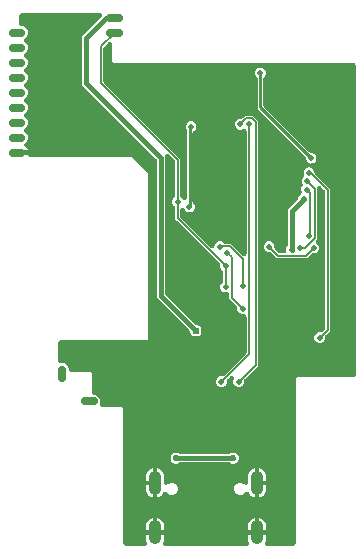
<source format=gbr>
G04 EAGLE Gerber RS-274X export*
G75*
%MOMM*%
%FSLAX34Y34*%
%LPD*%
%INBottom Copper*%
%IPPOS*%
%AMOC8*
5,1,8,0,0,1.08239X$1,22.5*%
G01*
%ADD10C,0.711200*%
%ADD11C,1.000000*%
%ADD12C,0.503200*%
%ADD13C,0.152400*%
%ADD14C,0.528600*%
%ADD15C,0.406400*%
%ADD16C,0.604800*%
%ADD17C,0.228600*%

G36*
X240321Y-10698D02*
X240321Y-10698D01*
X240334Y-10699D01*
X240521Y-10678D01*
X240708Y-10659D01*
X240721Y-10655D01*
X240734Y-10654D01*
X240913Y-10596D01*
X241093Y-10541D01*
X241105Y-10535D01*
X241117Y-10531D01*
X241281Y-10439D01*
X241447Y-10349D01*
X241457Y-10341D01*
X241469Y-10334D01*
X241612Y-10212D01*
X241756Y-10092D01*
X241764Y-10081D01*
X241775Y-10073D01*
X241891Y-9924D01*
X242008Y-9778D01*
X242015Y-9766D01*
X242023Y-9756D01*
X242108Y-9586D01*
X242194Y-9421D01*
X242198Y-9408D01*
X242204Y-9396D01*
X242253Y-9214D01*
X242305Y-9034D01*
X242306Y-9020D01*
X242310Y-9007D01*
X242323Y-8821D01*
X242338Y-8632D01*
X242337Y-8619D01*
X242338Y-8606D01*
X242313Y-8420D01*
X242291Y-8233D01*
X242287Y-8220D01*
X242285Y-8207D01*
X242184Y-7891D01*
X241649Y-6599D01*
X241359Y-5143D01*
X241359Y-1431D01*
X248900Y-1431D01*
X256441Y-1431D01*
X256441Y-5143D01*
X256151Y-6599D01*
X255616Y-7891D01*
X255612Y-7904D01*
X255606Y-7915D01*
X255554Y-8096D01*
X255500Y-8276D01*
X255498Y-8289D01*
X255495Y-8302D01*
X255479Y-8491D01*
X255462Y-8677D01*
X255463Y-8690D01*
X255462Y-8704D01*
X255484Y-8891D01*
X255503Y-9077D01*
X255507Y-9090D01*
X255509Y-9103D01*
X255567Y-9282D01*
X255623Y-9462D01*
X255629Y-9473D01*
X255634Y-9486D01*
X255726Y-9650D01*
X255816Y-9815D01*
X255825Y-9825D01*
X255831Y-9837D01*
X255954Y-9979D01*
X256075Y-10123D01*
X256086Y-10131D01*
X256095Y-10142D01*
X256243Y-10256D01*
X256390Y-10374D01*
X256402Y-10380D01*
X256413Y-10388D01*
X256581Y-10472D01*
X256748Y-10558D01*
X256761Y-10562D01*
X256773Y-10568D01*
X256955Y-10617D01*
X257136Y-10668D01*
X257149Y-10669D01*
X257162Y-10672D01*
X257493Y-10699D01*
X326707Y-10699D01*
X326721Y-10698D01*
X326734Y-10699D01*
X326921Y-10678D01*
X327108Y-10659D01*
X327121Y-10655D01*
X327134Y-10654D01*
X327313Y-10596D01*
X327493Y-10541D01*
X327505Y-10535D01*
X327517Y-10531D01*
X327681Y-10439D01*
X327847Y-10349D01*
X327857Y-10341D01*
X327869Y-10334D01*
X328012Y-10212D01*
X328156Y-10092D01*
X328164Y-10081D01*
X328175Y-10073D01*
X328291Y-9924D01*
X328408Y-9778D01*
X328415Y-9766D01*
X328423Y-9756D01*
X328508Y-9586D01*
X328594Y-9421D01*
X328598Y-9408D01*
X328604Y-9396D01*
X328653Y-9214D01*
X328705Y-9034D01*
X328706Y-9020D01*
X328710Y-9007D01*
X328723Y-8821D01*
X328738Y-8632D01*
X328737Y-8619D01*
X328738Y-8606D01*
X328713Y-8420D01*
X328691Y-8233D01*
X328687Y-8220D01*
X328685Y-8207D01*
X328584Y-7891D01*
X328049Y-6599D01*
X327759Y-5143D01*
X327759Y-1431D01*
X335300Y-1431D01*
X342841Y-1431D01*
X342841Y-5143D01*
X342551Y-6599D01*
X342016Y-7891D01*
X342012Y-7904D01*
X342006Y-7915D01*
X341954Y-8096D01*
X341900Y-8276D01*
X341898Y-8289D01*
X341895Y-8302D01*
X341879Y-8491D01*
X341862Y-8677D01*
X341863Y-8690D01*
X341862Y-8704D01*
X341884Y-8891D01*
X341903Y-9077D01*
X341907Y-9090D01*
X341909Y-9103D01*
X341967Y-9282D01*
X342023Y-9462D01*
X342029Y-9473D01*
X342034Y-9486D01*
X342126Y-9650D01*
X342216Y-9815D01*
X342225Y-9825D01*
X342231Y-9837D01*
X342354Y-9979D01*
X342475Y-10123D01*
X342486Y-10131D01*
X342495Y-10142D01*
X342643Y-10256D01*
X342790Y-10374D01*
X342802Y-10380D01*
X342813Y-10388D01*
X342981Y-10472D01*
X343148Y-10558D01*
X343161Y-10562D01*
X343173Y-10568D01*
X343355Y-10617D01*
X343536Y-10668D01*
X343549Y-10669D01*
X343562Y-10672D01*
X343893Y-10699D01*
X365968Y-10699D01*
X365986Y-10697D01*
X366004Y-10699D01*
X366186Y-10678D01*
X366369Y-10659D01*
X366386Y-10654D01*
X366403Y-10652D01*
X366578Y-10595D01*
X366754Y-10541D01*
X366769Y-10533D01*
X366786Y-10527D01*
X366946Y-10437D01*
X367108Y-10349D01*
X367121Y-10338D01*
X367137Y-10329D01*
X367276Y-10209D01*
X367417Y-10092D01*
X367428Y-10078D01*
X367442Y-10066D01*
X367554Y-9921D01*
X367669Y-9778D01*
X367677Y-9762D01*
X367688Y-9748D01*
X367770Y-9583D01*
X367855Y-9421D01*
X367860Y-9404D01*
X367868Y-9388D01*
X367915Y-9209D01*
X367966Y-9034D01*
X367968Y-9016D01*
X367972Y-8999D01*
X367999Y-8668D01*
X367999Y130829D01*
X369171Y132001D01*
X416758Y132001D01*
X416776Y132003D01*
X416794Y132001D01*
X416976Y132022D01*
X417159Y132041D01*
X417176Y132046D01*
X417193Y132048D01*
X417368Y132105D01*
X417544Y132159D01*
X417559Y132167D01*
X417576Y132173D01*
X417736Y132263D01*
X417898Y132351D01*
X417911Y132362D01*
X417927Y132371D01*
X418066Y132491D01*
X418207Y132608D01*
X418218Y132622D01*
X418232Y132634D01*
X418344Y132779D01*
X418459Y132922D01*
X418467Y132938D01*
X418478Y132952D01*
X418560Y133117D01*
X418645Y133279D01*
X418650Y133296D01*
X418658Y133312D01*
X418705Y133491D01*
X418756Y133666D01*
X418758Y133684D01*
X418762Y133701D01*
X418789Y134032D01*
X418789Y395973D01*
X418788Y395990D01*
X418789Y396006D01*
X418768Y396189D01*
X418749Y396374D01*
X418744Y396389D01*
X418743Y396406D01*
X418686Y396582D01*
X418631Y396759D01*
X418623Y396773D01*
X418618Y396789D01*
X418527Y396950D01*
X418439Y397113D01*
X418429Y397125D01*
X418421Y397140D01*
X418300Y397280D01*
X418182Y397422D01*
X418169Y397432D01*
X418158Y397445D01*
X418012Y397559D01*
X417868Y397674D01*
X417853Y397682D01*
X417840Y397692D01*
X417674Y397775D01*
X417511Y397860D01*
X417495Y397864D01*
X417480Y397872D01*
X417301Y397920D01*
X417124Y397971D01*
X417107Y397972D01*
X417091Y397977D01*
X416761Y398004D01*
X214574Y398253D01*
X214573Y398253D01*
X214572Y398253D01*
X213742Y398253D01*
X213156Y398841D01*
X213155Y398842D01*
X213154Y398843D01*
X212570Y399426D01*
X212571Y400256D01*
X212571Y400257D01*
X212571Y400259D01*
X212571Y413727D01*
X212570Y413736D01*
X212571Y413744D01*
X212550Y413936D01*
X212531Y414127D01*
X212529Y414136D01*
X212528Y414145D01*
X212470Y414327D01*
X212413Y414512D01*
X212409Y414520D01*
X212406Y414529D01*
X212313Y414697D01*
X212221Y414866D01*
X212216Y414873D01*
X212211Y414881D01*
X212087Y415028D01*
X211964Y415176D01*
X211957Y415181D01*
X211951Y415188D01*
X211800Y415307D01*
X211650Y415428D01*
X211642Y415432D01*
X211635Y415438D01*
X211462Y415525D01*
X211293Y415613D01*
X211284Y415616D01*
X211276Y415620D01*
X211090Y415672D01*
X210906Y415725D01*
X210897Y415725D01*
X210888Y415728D01*
X210695Y415742D01*
X210504Y415758D01*
X210496Y415757D01*
X210487Y415757D01*
X210294Y415733D01*
X210105Y415711D01*
X210096Y415708D01*
X210087Y415707D01*
X209904Y415645D01*
X209722Y415586D01*
X209714Y415581D01*
X209706Y415579D01*
X209539Y415483D01*
X209371Y415388D01*
X209364Y415382D01*
X209357Y415378D01*
X209104Y415163D01*
X205828Y411887D01*
X205811Y411866D01*
X205790Y411849D01*
X205684Y411711D01*
X205573Y411575D01*
X205560Y411552D01*
X205544Y411531D01*
X205466Y411374D01*
X205384Y411220D01*
X205376Y411194D01*
X205364Y411170D01*
X205319Y411001D01*
X205269Y410834D01*
X205267Y410807D01*
X205260Y410781D01*
X205233Y410451D01*
X205233Y382683D01*
X205235Y382657D01*
X205233Y382630D01*
X205255Y382456D01*
X205273Y382283D01*
X205280Y382257D01*
X205284Y382231D01*
X205339Y382065D01*
X205391Y381898D01*
X205404Y381874D01*
X205412Y381849D01*
X205499Y381697D01*
X205583Y381544D01*
X205600Y381523D01*
X205613Y381500D01*
X205828Y381247D01*
X270003Y317072D01*
X270003Y285866D01*
X270005Y285840D01*
X270003Y285813D01*
X270025Y285639D01*
X270043Y285466D01*
X270050Y285440D01*
X270054Y285414D01*
X270109Y285248D01*
X270161Y285081D01*
X270174Y285057D01*
X270182Y285032D01*
X270269Y284880D01*
X270353Y284727D01*
X270368Y284708D01*
X270376Y284694D01*
X270378Y284692D01*
X270383Y284683D01*
X270598Y284430D01*
X271799Y283229D01*
X271808Y283206D01*
X271810Y283202D01*
X271812Y283198D01*
X271906Y283025D01*
X271999Y282851D01*
X272001Y282848D01*
X272004Y282844D01*
X272130Y282692D01*
X272255Y282541D01*
X272258Y282538D01*
X272261Y282535D01*
X272413Y282412D01*
X272568Y282287D01*
X272572Y282285D01*
X272575Y282282D01*
X272747Y282193D01*
X272924Y282100D01*
X272929Y282099D01*
X272932Y282097D01*
X273121Y282042D01*
X273310Y281987D01*
X273315Y281987D01*
X273319Y281985D01*
X273519Y281969D01*
X273712Y281952D01*
X273716Y281953D01*
X273721Y281952D01*
X273917Y281975D01*
X274112Y281997D01*
X274116Y281999D01*
X274120Y281999D01*
X274307Y282060D01*
X274495Y282121D01*
X274499Y282123D01*
X274503Y282124D01*
X274674Y282220D01*
X274846Y282317D01*
X274850Y282320D01*
X274854Y282322D01*
X275003Y282451D01*
X275152Y282579D01*
X275155Y282582D01*
X275159Y282585D01*
X275281Y282743D01*
X275401Y282896D01*
X275403Y282900D01*
X275405Y282903D01*
X275493Y283081D01*
X275581Y283256D01*
X275583Y283260D01*
X275585Y283264D01*
X275637Y283459D01*
X275688Y283644D01*
X275688Y283648D01*
X275689Y283653D01*
X275716Y283983D01*
X275716Y340856D01*
X275713Y340887D01*
X275715Y340919D01*
X275693Y341088D01*
X275676Y341257D01*
X275667Y341287D01*
X275663Y341318D01*
X275562Y341634D01*
X274883Y343272D01*
X274883Y345068D01*
X275571Y346729D01*
X276841Y347999D01*
X278502Y348687D01*
X280298Y348687D01*
X281959Y347999D01*
X283229Y346729D01*
X283917Y345068D01*
X283917Y343272D01*
X283229Y341611D01*
X281959Y340341D01*
X281798Y340274D01*
X281778Y340264D01*
X281757Y340257D01*
X281601Y340169D01*
X281443Y340084D01*
X281426Y340070D01*
X281406Y340059D01*
X281271Y339942D01*
X281132Y339828D01*
X281118Y339810D01*
X281101Y339796D01*
X280992Y339654D01*
X280879Y339515D01*
X280868Y339495D01*
X280855Y339478D01*
X280775Y339317D01*
X280692Y339159D01*
X280685Y339137D01*
X280675Y339117D01*
X280629Y338943D01*
X280579Y338772D01*
X280577Y338750D01*
X280571Y338728D01*
X280544Y338398D01*
X280544Y280757D01*
X280546Y280731D01*
X280544Y280704D01*
X280566Y280530D01*
X280584Y280357D01*
X280591Y280331D01*
X280595Y280305D01*
X280650Y280139D01*
X280702Y279972D01*
X280715Y279948D01*
X280723Y279923D01*
X280810Y279771D01*
X280894Y279618D01*
X280911Y279597D01*
X280924Y279574D01*
X281139Y279321D01*
X281879Y278581D01*
X282567Y276920D01*
X282567Y275124D01*
X281879Y273463D01*
X280609Y272193D01*
X278948Y271505D01*
X277152Y271505D01*
X275491Y272193D01*
X274221Y273463D01*
X273911Y274213D01*
X273909Y274217D01*
X273907Y274221D01*
X273814Y274394D01*
X273720Y274567D01*
X273718Y274571D01*
X273715Y274575D01*
X273590Y274725D01*
X273464Y274878D01*
X273461Y274881D01*
X273458Y274884D01*
X273307Y275006D01*
X273151Y275132D01*
X273147Y275134D01*
X273144Y275136D01*
X272972Y275226D01*
X272795Y275319D01*
X272791Y275320D01*
X272787Y275322D01*
X272599Y275376D01*
X272408Y275432D01*
X272404Y275432D01*
X272400Y275433D01*
X272202Y275450D01*
X272007Y275466D01*
X272003Y275466D01*
X271998Y275466D01*
X271803Y275443D01*
X271607Y275421D01*
X271603Y275420D01*
X271599Y275419D01*
X271411Y275358D01*
X271224Y275298D01*
X271220Y275296D01*
X271216Y275294D01*
X271043Y275197D01*
X270872Y275102D01*
X270869Y275099D01*
X270865Y275097D01*
X270717Y274968D01*
X270567Y274840D01*
X270564Y274836D01*
X270560Y274833D01*
X270440Y274679D01*
X270318Y274523D01*
X270316Y274519D01*
X270314Y274515D01*
X270226Y274339D01*
X270138Y274163D01*
X270136Y274159D01*
X270134Y274155D01*
X270083Y273964D01*
X270031Y273775D01*
X270031Y273770D01*
X270030Y273766D01*
X270003Y273435D01*
X270003Y268383D01*
X270005Y268357D01*
X270003Y268330D01*
X270025Y268156D01*
X270043Y267983D01*
X270050Y267957D01*
X270054Y267931D01*
X270109Y267765D01*
X270161Y267598D01*
X270174Y267574D01*
X270182Y267549D01*
X270269Y267397D01*
X270353Y267244D01*
X270370Y267223D01*
X270383Y267200D01*
X270598Y266947D01*
X295804Y241741D01*
X295811Y241735D01*
X295816Y241728D01*
X295966Y241608D01*
X296115Y241486D01*
X296123Y241482D01*
X296130Y241476D01*
X296301Y241387D01*
X296471Y241297D01*
X296479Y241295D01*
X296487Y241291D01*
X296673Y241237D01*
X296857Y241183D01*
X296866Y241182D01*
X296874Y241179D01*
X297066Y241164D01*
X297258Y241146D01*
X297267Y241147D01*
X297276Y241146D01*
X297465Y241169D01*
X297658Y241190D01*
X297667Y241192D01*
X297675Y241193D01*
X297857Y241253D01*
X298042Y241311D01*
X298050Y241315D01*
X298058Y241318D01*
X298227Y241413D01*
X298394Y241506D01*
X298401Y241512D01*
X298409Y241516D01*
X298555Y241642D01*
X298701Y241766D01*
X298707Y241773D01*
X298714Y241779D01*
X298831Y241931D01*
X298951Y242082D01*
X298955Y242090D01*
X298960Y242097D01*
X299046Y242269D01*
X299133Y242441D01*
X299136Y242450D01*
X299140Y242458D01*
X299190Y242644D01*
X299241Y242829D01*
X299242Y242838D01*
X299244Y242847D01*
X299271Y243177D01*
X299271Y243468D01*
X299959Y245129D01*
X301229Y246399D01*
X302890Y247087D01*
X304686Y247087D01*
X306347Y246399D01*
X307350Y245396D01*
X307371Y245379D01*
X307388Y245358D01*
X307526Y245251D01*
X307661Y245141D01*
X307685Y245128D01*
X307706Y245112D01*
X307863Y245034D01*
X308017Y244952D01*
X308043Y244944D01*
X308067Y244932D01*
X308236Y244887D01*
X308403Y244837D01*
X308430Y244835D01*
X308456Y244828D01*
X308786Y244801D01*
X312908Y244801D01*
X314694Y243015D01*
X322907Y234802D01*
X322914Y234797D01*
X322919Y234790D01*
X323069Y234669D01*
X323218Y234547D01*
X323226Y234543D01*
X323233Y234537D01*
X323403Y234449D01*
X323574Y234359D01*
X323583Y234356D01*
X323590Y234352D01*
X323775Y234299D01*
X323960Y234244D01*
X323969Y234243D01*
X323977Y234240D01*
X324169Y234225D01*
X324361Y234207D01*
X324370Y234208D01*
X324379Y234208D01*
X324568Y234230D01*
X324761Y234251D01*
X324770Y234253D01*
X324778Y234255D01*
X324960Y234314D01*
X325145Y234372D01*
X325153Y234377D01*
X325161Y234379D01*
X325330Y234474D01*
X325497Y234567D01*
X325504Y234573D01*
X325512Y234577D01*
X325658Y234703D01*
X325804Y234828D01*
X325810Y234835D01*
X325817Y234840D01*
X325934Y234992D01*
X326054Y235144D01*
X326058Y235152D01*
X326063Y235159D01*
X326149Y235331D01*
X326236Y235502D01*
X326239Y235511D01*
X326243Y235519D01*
X326293Y235706D01*
X326344Y235890D01*
X326345Y235899D01*
X326347Y235908D01*
X326374Y236239D01*
X326374Y340463D01*
X326373Y340477D01*
X326374Y340490D01*
X326353Y340676D01*
X326334Y340864D01*
X326330Y340877D01*
X326329Y340890D01*
X326271Y341069D01*
X326216Y341249D01*
X326210Y341261D01*
X326206Y341274D01*
X326114Y341438D01*
X326024Y341603D01*
X326016Y341613D01*
X326009Y341625D01*
X325887Y341768D01*
X325767Y341912D01*
X325756Y341921D01*
X325748Y341931D01*
X325599Y342047D01*
X325453Y342165D01*
X325441Y342171D01*
X325431Y342179D01*
X325262Y342264D01*
X325096Y342350D01*
X325083Y342354D01*
X325071Y342360D01*
X324890Y342409D01*
X324709Y342462D01*
X324695Y342463D01*
X324682Y342466D01*
X324494Y342479D01*
X324307Y342494D01*
X324294Y342493D01*
X324281Y342494D01*
X324093Y342469D01*
X323908Y342447D01*
X323895Y342443D01*
X323882Y342442D01*
X323566Y342340D01*
X321813Y341614D01*
X320017Y341614D01*
X318356Y342302D01*
X317086Y343572D01*
X316398Y345233D01*
X316398Y347029D01*
X317086Y348690D01*
X318356Y349960D01*
X320017Y350648D01*
X321771Y350648D01*
X321798Y350650D01*
X321824Y350648D01*
X321998Y350670D01*
X322172Y350688D01*
X322197Y350695D01*
X322224Y350699D01*
X322390Y350754D01*
X322557Y350806D01*
X322580Y350819D01*
X322606Y350827D01*
X322757Y350914D01*
X322911Y350998D01*
X322931Y351015D01*
X322954Y351028D01*
X323207Y351243D01*
X325379Y353414D01*
X331435Y353414D01*
X336043Y348806D01*
X336043Y141778D01*
X324772Y130507D01*
X324755Y130486D01*
X324734Y130469D01*
X324627Y130331D01*
X324517Y130195D01*
X324504Y130172D01*
X324488Y130151D01*
X324410Y129994D01*
X324328Y129840D01*
X324320Y129814D01*
X324308Y129790D01*
X324263Y129621D01*
X324213Y129454D01*
X324211Y129427D01*
X324204Y129401D01*
X324177Y129071D01*
X324177Y127372D01*
X323489Y125711D01*
X322219Y124441D01*
X320558Y123753D01*
X318762Y123753D01*
X317101Y124441D01*
X315831Y125711D01*
X315143Y127372D01*
X315143Y129168D01*
X315612Y130301D01*
X315614Y130305D01*
X315616Y130309D01*
X315672Y130498D01*
X315729Y130687D01*
X315729Y130691D01*
X315731Y130695D01*
X315749Y130893D01*
X315767Y131087D01*
X315767Y131092D01*
X315767Y131096D01*
X315746Y131292D01*
X315725Y131488D01*
X315724Y131492D01*
X315724Y131497D01*
X315665Y131681D01*
X315606Y131872D01*
X315603Y131876D01*
X315602Y131880D01*
X315509Y132048D01*
X315412Y132225D01*
X315409Y132229D01*
X315407Y132233D01*
X315281Y132382D01*
X315153Y132534D01*
X315150Y132536D01*
X315147Y132540D01*
X314993Y132662D01*
X314838Y132785D01*
X314834Y132787D01*
X314831Y132789D01*
X314657Y132878D01*
X314480Y132968D01*
X314476Y132970D01*
X314472Y132972D01*
X314281Y133025D01*
X314093Y133078D01*
X314088Y133079D01*
X314084Y133080D01*
X313883Y133094D01*
X313691Y133109D01*
X313687Y133109D01*
X313683Y133109D01*
X313484Y133084D01*
X313292Y133061D01*
X313288Y133059D01*
X313283Y133059D01*
X313098Y132997D01*
X312910Y132934D01*
X312906Y132932D01*
X312901Y132930D01*
X312734Y132834D01*
X312560Y132735D01*
X312556Y132732D01*
X312553Y132730D01*
X312300Y132515D01*
X310292Y130507D01*
X310275Y130486D01*
X310254Y130469D01*
X310148Y130331D01*
X310037Y130195D01*
X310024Y130172D01*
X310008Y130151D01*
X309930Y129994D01*
X309848Y129840D01*
X309840Y129814D01*
X309828Y129790D01*
X309783Y129621D01*
X309733Y129454D01*
X309731Y129427D01*
X309724Y129401D01*
X309697Y129071D01*
X309697Y127372D01*
X309009Y125711D01*
X307739Y124441D01*
X306078Y123753D01*
X304282Y123753D01*
X302621Y124441D01*
X301351Y125711D01*
X300663Y127372D01*
X300663Y129168D01*
X301351Y130829D01*
X302621Y132099D01*
X304282Y132787D01*
X305981Y132787D01*
X306007Y132789D01*
X306034Y132787D01*
X306208Y132809D01*
X306381Y132827D01*
X306407Y132834D01*
X306433Y132838D01*
X306599Y132893D01*
X306766Y132945D01*
X306790Y132958D01*
X306815Y132966D01*
X306967Y133053D01*
X307120Y133137D01*
X307141Y133154D01*
X307164Y133167D01*
X307417Y133382D01*
X325779Y151744D01*
X325796Y151765D01*
X325817Y151782D01*
X325924Y151920D01*
X326034Y152056D01*
X326047Y152079D01*
X326063Y152100D01*
X326141Y152257D01*
X326223Y152411D01*
X326231Y152437D01*
X326243Y152461D01*
X326288Y152630D01*
X326338Y152797D01*
X326340Y152824D01*
X326347Y152850D01*
X326374Y153180D01*
X326374Y183174D01*
X326372Y183192D01*
X326374Y183210D01*
X326353Y183392D01*
X326334Y183575D01*
X326329Y183592D01*
X326327Y183609D01*
X326270Y183784D01*
X326216Y183960D01*
X326208Y183975D01*
X326202Y183992D01*
X326112Y184152D01*
X326024Y184314D01*
X326013Y184327D01*
X326004Y184343D01*
X325884Y184482D01*
X325767Y184623D01*
X325753Y184634D01*
X325741Y184648D01*
X325596Y184760D01*
X325453Y184875D01*
X325437Y184883D01*
X325423Y184894D01*
X325258Y184976D01*
X325096Y185061D01*
X325079Y185066D01*
X325063Y185074D01*
X324884Y185121D01*
X324709Y185172D01*
X324691Y185174D01*
X324674Y185178D01*
X324343Y185205D01*
X322231Y185205D01*
X320570Y185893D01*
X319300Y187163D01*
X318612Y188824D01*
X318612Y190523D01*
X318610Y190549D01*
X318612Y190576D01*
X318590Y190750D01*
X318572Y190923D01*
X318565Y190949D01*
X318561Y190975D01*
X318506Y191141D01*
X318454Y191308D01*
X318441Y191332D01*
X318433Y191357D01*
X318346Y191509D01*
X318262Y191662D01*
X318245Y191683D01*
X318232Y191706D01*
X318017Y191959D01*
X311855Y198121D01*
X311855Y201732D01*
X311853Y201750D01*
X311855Y201768D01*
X311834Y201950D01*
X311815Y202133D01*
X311810Y202150D01*
X311808Y202167D01*
X311751Y202342D01*
X311697Y202518D01*
X311689Y202533D01*
X311683Y202550D01*
X311593Y202710D01*
X311505Y202872D01*
X311494Y202885D01*
X311485Y202901D01*
X311365Y203040D01*
X311248Y203181D01*
X311234Y203192D01*
X311222Y203206D01*
X311077Y203318D01*
X310934Y203433D01*
X310918Y203441D01*
X310904Y203452D01*
X310739Y203534D01*
X310577Y203619D01*
X310560Y203624D01*
X310544Y203632D01*
X310365Y203679D01*
X310190Y203730D01*
X310172Y203732D01*
X310155Y203736D01*
X309824Y203763D01*
X307712Y203763D01*
X306051Y204451D01*
X304781Y205721D01*
X304093Y207382D01*
X304093Y209178D01*
X304781Y210839D01*
X305982Y212040D01*
X305999Y212061D01*
X306020Y212078D01*
X306127Y212216D01*
X306237Y212351D01*
X306250Y212375D01*
X306266Y212396D01*
X306344Y212553D01*
X306426Y212707D01*
X306434Y212733D01*
X306446Y212757D01*
X306491Y212926D01*
X306541Y213093D01*
X306543Y213120D01*
X306550Y213146D01*
X306577Y213476D01*
X306577Y220864D01*
X306576Y220881D01*
X306577Y220899D01*
X306576Y220908D01*
X306577Y220917D01*
X306555Y221091D01*
X306537Y221264D01*
X306532Y221282D01*
X306530Y221299D01*
X306527Y221307D01*
X306526Y221316D01*
X306471Y221482D01*
X306419Y221649D01*
X306410Y221666D01*
X306405Y221681D01*
X306401Y221689D01*
X306398Y221698D01*
X306311Y221850D01*
X306227Y222003D01*
X306215Y222018D01*
X306207Y222032D01*
X306202Y222038D01*
X306197Y222047D01*
X305982Y222300D01*
X304781Y223501D01*
X304093Y225162D01*
X304093Y226861D01*
X304091Y226887D01*
X304093Y226914D01*
X304071Y227088D01*
X304053Y227261D01*
X304046Y227287D01*
X304042Y227313D01*
X303987Y227479D01*
X303935Y227646D01*
X303922Y227670D01*
X303914Y227695D01*
X303827Y227847D01*
X303743Y228000D01*
X303726Y228021D01*
X303713Y228044D01*
X303498Y228297D01*
X267723Y264072D01*
X265937Y265858D01*
X265937Y275474D01*
X265935Y275500D01*
X265937Y275527D01*
X265915Y275701D01*
X265897Y275874D01*
X265890Y275900D01*
X265886Y275926D01*
X265831Y276092D01*
X265779Y276259D01*
X265766Y276283D01*
X265758Y276308D01*
X265671Y276460D01*
X265587Y276613D01*
X265570Y276634D01*
X265557Y276657D01*
X265342Y276910D01*
X264141Y278111D01*
X263453Y279772D01*
X263453Y281568D01*
X264141Y283229D01*
X265342Y284430D01*
X265347Y284435D01*
X265352Y284440D01*
X265364Y284455D01*
X265380Y284468D01*
X265487Y284606D01*
X265597Y284741D01*
X265603Y284751D01*
X265604Y284753D01*
X265611Y284767D01*
X265626Y284786D01*
X265704Y284943D01*
X265786Y285097D01*
X265794Y285123D01*
X265806Y285147D01*
X265851Y285316D01*
X265901Y285483D01*
X265903Y285510D01*
X265910Y285536D01*
X265937Y285866D01*
X265937Y314547D01*
X265935Y314573D01*
X265937Y314600D01*
X265915Y314774D01*
X265897Y314947D01*
X265890Y314973D01*
X265886Y314999D01*
X265831Y315165D01*
X265779Y315332D01*
X265766Y315356D01*
X265758Y315381D01*
X265671Y315532D01*
X265587Y315686D01*
X265570Y315707D01*
X265557Y315730D01*
X265342Y315983D01*
X260770Y320555D01*
X260763Y320561D01*
X260758Y320568D01*
X260608Y320688D01*
X260459Y320810D01*
X260451Y320814D01*
X260444Y320820D01*
X260274Y320908D01*
X260103Y320999D01*
X260094Y321001D01*
X260087Y321005D01*
X259902Y321059D01*
X259717Y321113D01*
X259708Y321114D01*
X259700Y321117D01*
X259508Y321132D01*
X259316Y321150D01*
X259307Y321149D01*
X259298Y321150D01*
X259109Y321127D01*
X258916Y321106D01*
X258907Y321104D01*
X258899Y321103D01*
X258717Y321043D01*
X258532Y320985D01*
X258524Y320981D01*
X258516Y320978D01*
X258347Y320883D01*
X258180Y320790D01*
X258173Y320784D01*
X258165Y320780D01*
X258019Y320654D01*
X257873Y320530D01*
X257867Y320523D01*
X257860Y320517D01*
X257743Y320365D01*
X257623Y320214D01*
X257619Y320206D01*
X257614Y320199D01*
X257528Y320027D01*
X257441Y319855D01*
X257438Y319846D01*
X257434Y319838D01*
X257384Y319652D01*
X257333Y319467D01*
X257332Y319458D01*
X257330Y319449D01*
X257303Y319119D01*
X257303Y202869D01*
X257305Y202843D01*
X257303Y202816D01*
X257325Y202642D01*
X257343Y202469D01*
X257350Y202443D01*
X257354Y202417D01*
X257409Y202251D01*
X257461Y202084D01*
X257474Y202060D01*
X257482Y202035D01*
X257569Y201883D01*
X257653Y201730D01*
X257670Y201709D01*
X257683Y201686D01*
X257898Y201433D01*
X282261Y177070D01*
X282282Y177053D01*
X282299Y177032D01*
X282437Y176925D01*
X282573Y176815D01*
X282596Y176802D01*
X282617Y176786D01*
X282774Y176708D01*
X282928Y176626D01*
X282954Y176618D01*
X282978Y176606D01*
X283147Y176561D01*
X283314Y176511D01*
X283341Y176509D01*
X283367Y176502D01*
X283697Y176475D01*
X284209Y176475D01*
X286056Y175710D01*
X287470Y174296D01*
X288235Y172449D01*
X288235Y170451D01*
X287470Y168604D01*
X286056Y167190D01*
X284209Y166425D01*
X282211Y166425D01*
X280364Y167190D01*
X278950Y168604D01*
X278185Y170451D01*
X278185Y170963D01*
X278183Y170989D01*
X278185Y171016D01*
X278163Y171190D01*
X278145Y171363D01*
X278138Y171389D01*
X278134Y171415D01*
X278079Y171581D01*
X278027Y171748D01*
X278014Y171772D01*
X278006Y171797D01*
X277919Y171949D01*
X277835Y172102D01*
X277818Y172123D01*
X277805Y172146D01*
X277590Y172399D01*
X250697Y199292D01*
X250697Y315291D01*
X250695Y315317D01*
X250697Y315344D01*
X250675Y315518D01*
X250657Y315691D01*
X250650Y315717D01*
X250646Y315743D01*
X250591Y315909D01*
X250539Y316076D01*
X250526Y316100D01*
X250518Y316125D01*
X250431Y316277D01*
X250347Y316430D01*
X250330Y316451D01*
X250317Y316474D01*
X250102Y316727D01*
X187197Y379632D01*
X187197Y420468D01*
X203481Y436752D01*
X203487Y436759D01*
X203493Y436764D01*
X203614Y436914D01*
X203736Y437063D01*
X203740Y437071D01*
X203746Y437078D01*
X203834Y437248D01*
X203925Y437419D01*
X203927Y437428D01*
X203931Y437435D01*
X203984Y437620D01*
X204039Y437805D01*
X204040Y437814D01*
X204043Y437822D01*
X204058Y438014D01*
X204076Y438206D01*
X204075Y438215D01*
X204076Y438224D01*
X204053Y438413D01*
X204032Y438606D01*
X204030Y438615D01*
X204029Y438623D01*
X203969Y438805D01*
X203911Y438990D01*
X203907Y438998D01*
X203904Y439006D01*
X203809Y439175D01*
X203716Y439342D01*
X203710Y439349D01*
X203706Y439357D01*
X203580Y439503D01*
X203456Y439649D01*
X203449Y439655D01*
X203443Y439662D01*
X203291Y439779D01*
X203140Y439899D01*
X203132Y439903D01*
X203125Y439908D01*
X202953Y439994D01*
X202781Y440081D01*
X202772Y440084D01*
X202764Y440088D01*
X202578Y440138D01*
X202393Y440189D01*
X202384Y440190D01*
X202375Y440192D01*
X202045Y440219D01*
X136064Y440219D01*
X136046Y440217D01*
X136028Y440219D01*
X135846Y440198D01*
X135663Y440179D01*
X135646Y440174D01*
X135629Y440172D01*
X135454Y440115D01*
X135278Y440061D01*
X135263Y440053D01*
X135246Y440047D01*
X135086Y439957D01*
X134924Y439869D01*
X134911Y439858D01*
X134895Y439849D01*
X134756Y439729D01*
X134615Y439612D01*
X134604Y439598D01*
X134590Y439586D01*
X134478Y439441D01*
X134363Y439298D01*
X134355Y439282D01*
X134344Y439268D01*
X134262Y439103D01*
X134177Y438941D01*
X134172Y438924D01*
X134164Y438908D01*
X134117Y438729D01*
X134066Y438554D01*
X134064Y438536D01*
X134060Y438519D01*
X134033Y438188D01*
X134033Y431188D01*
X134035Y431170D01*
X134033Y431152D01*
X134054Y430970D01*
X134073Y430787D01*
X134078Y430770D01*
X134080Y430753D01*
X134137Y430578D01*
X134191Y430402D01*
X134199Y430387D01*
X134205Y430370D01*
X134295Y430210D01*
X134383Y430048D01*
X134394Y430035D01*
X134403Y430019D01*
X134523Y429880D01*
X134640Y429739D01*
X134654Y429728D01*
X134666Y429714D01*
X134811Y429602D01*
X134954Y429487D01*
X134970Y429479D01*
X134984Y429468D01*
X135149Y429386D01*
X135311Y429301D01*
X135328Y429296D01*
X135344Y429288D01*
X135523Y429241D01*
X135698Y429190D01*
X135716Y429188D01*
X135733Y429184D01*
X136064Y429157D01*
X136777Y429157D01*
X138820Y428311D01*
X140383Y426748D01*
X141229Y424705D01*
X141229Y422495D01*
X140383Y420452D01*
X138617Y418686D01*
X138605Y418673D01*
X138592Y418661D01*
X138478Y418517D01*
X138362Y418375D01*
X138353Y418359D01*
X138342Y418345D01*
X138259Y418181D01*
X138173Y418019D01*
X138168Y418002D01*
X138160Y417986D01*
X138111Y417809D01*
X138058Y417633D01*
X138057Y417615D01*
X138052Y417598D01*
X138038Y417415D01*
X138022Y417232D01*
X138024Y417214D01*
X138022Y417197D01*
X138045Y417015D01*
X138065Y416832D01*
X138071Y416815D01*
X138073Y416797D01*
X138131Y416624D01*
X138187Y416448D01*
X138195Y416432D01*
X138201Y416416D01*
X138293Y416257D01*
X138382Y416096D01*
X138393Y416082D01*
X138402Y416067D01*
X138617Y415814D01*
X140383Y414048D01*
X141229Y412005D01*
X141229Y409795D01*
X140383Y407752D01*
X138617Y405986D01*
X138605Y405973D01*
X138592Y405961D01*
X138478Y405817D01*
X138362Y405675D01*
X138353Y405659D01*
X138342Y405645D01*
X138259Y405481D01*
X138173Y405319D01*
X138168Y405302D01*
X138160Y405286D01*
X138111Y405109D01*
X138058Y404933D01*
X138057Y404915D01*
X138052Y404898D01*
X138038Y404715D01*
X138022Y404532D01*
X138024Y404514D01*
X138022Y404497D01*
X138045Y404315D01*
X138065Y404132D01*
X138071Y404115D01*
X138073Y404097D01*
X138131Y403924D01*
X138187Y403748D01*
X138195Y403732D01*
X138201Y403716D01*
X138293Y403557D01*
X138382Y403396D01*
X138393Y403382D01*
X138402Y403367D01*
X138617Y403114D01*
X140383Y401348D01*
X141229Y399305D01*
X141229Y397095D01*
X140383Y395052D01*
X138617Y393286D01*
X138605Y393273D01*
X138592Y393261D01*
X138478Y393117D01*
X138362Y392975D01*
X138353Y392959D01*
X138342Y392945D01*
X138259Y392781D01*
X138173Y392619D01*
X138168Y392602D01*
X138160Y392586D01*
X138111Y392409D01*
X138058Y392233D01*
X138057Y392215D01*
X138052Y392198D01*
X138038Y392015D01*
X138022Y391832D01*
X138024Y391814D01*
X138022Y391797D01*
X138045Y391615D01*
X138065Y391432D01*
X138071Y391415D01*
X138073Y391397D01*
X138131Y391224D01*
X138187Y391048D01*
X138195Y391032D01*
X138201Y391016D01*
X138293Y390857D01*
X138382Y390696D01*
X138393Y390682D01*
X138402Y390667D01*
X138617Y390414D01*
X140383Y388648D01*
X141229Y386605D01*
X141229Y384395D01*
X140383Y382352D01*
X138617Y380586D01*
X138605Y380573D01*
X138592Y380561D01*
X138478Y380417D01*
X138362Y380275D01*
X138353Y380259D01*
X138342Y380245D01*
X138259Y380081D01*
X138173Y379919D01*
X138168Y379902D01*
X138160Y379886D01*
X138111Y379709D01*
X138058Y379533D01*
X138057Y379515D01*
X138052Y379498D01*
X138038Y379315D01*
X138022Y379132D01*
X138024Y379114D01*
X138022Y379097D01*
X138045Y378915D01*
X138065Y378732D01*
X138071Y378715D01*
X138073Y378697D01*
X138131Y378524D01*
X138187Y378348D01*
X138195Y378332D01*
X138201Y378316D01*
X138293Y378157D01*
X138382Y377996D01*
X138393Y377982D01*
X138402Y377967D01*
X138617Y377714D01*
X140383Y375948D01*
X141229Y373905D01*
X141229Y371695D01*
X140383Y369652D01*
X138617Y367886D01*
X138605Y367873D01*
X138592Y367861D01*
X138478Y367717D01*
X138362Y367575D01*
X138353Y367559D01*
X138342Y367545D01*
X138259Y367381D01*
X138173Y367219D01*
X138168Y367202D01*
X138160Y367186D01*
X138111Y367009D01*
X138058Y366833D01*
X138057Y366815D01*
X138052Y366798D01*
X138038Y366615D01*
X138022Y366432D01*
X138024Y366414D01*
X138022Y366397D01*
X138045Y366215D01*
X138065Y366032D01*
X138071Y366015D01*
X138073Y365997D01*
X138131Y365824D01*
X138187Y365648D01*
X138195Y365632D01*
X138201Y365616D01*
X138293Y365457D01*
X138382Y365296D01*
X138393Y365282D01*
X138402Y365267D01*
X138617Y365014D01*
X140383Y363248D01*
X141229Y361205D01*
X141229Y358995D01*
X140383Y356952D01*
X138617Y355186D01*
X138605Y355173D01*
X138592Y355161D01*
X138478Y355017D01*
X138362Y354875D01*
X138353Y354859D01*
X138342Y354845D01*
X138259Y354681D01*
X138173Y354519D01*
X138168Y354502D01*
X138160Y354486D01*
X138111Y354309D01*
X138058Y354133D01*
X138057Y354115D01*
X138052Y354098D01*
X138038Y353915D01*
X138022Y353732D01*
X138024Y353714D01*
X138022Y353697D01*
X138045Y353515D01*
X138065Y353332D01*
X138071Y353315D01*
X138073Y353297D01*
X138131Y353124D01*
X138187Y352948D01*
X138195Y352932D01*
X138201Y352916D01*
X138293Y352757D01*
X138382Y352596D01*
X138393Y352582D01*
X138402Y352567D01*
X138617Y352314D01*
X140383Y350548D01*
X141229Y348505D01*
X141229Y346295D01*
X140383Y344252D01*
X138617Y342486D01*
X138605Y342473D01*
X138592Y342461D01*
X138478Y342317D01*
X138362Y342175D01*
X138353Y342159D01*
X138342Y342145D01*
X138259Y341981D01*
X138173Y341819D01*
X138168Y341802D01*
X138160Y341786D01*
X138111Y341609D01*
X138058Y341433D01*
X138057Y341415D01*
X138052Y341398D01*
X138038Y341215D01*
X138022Y341032D01*
X138024Y341014D01*
X138022Y340997D01*
X138045Y340815D01*
X138065Y340632D01*
X138071Y340615D01*
X138073Y340597D01*
X138131Y340424D01*
X138187Y340248D01*
X138195Y340232D01*
X138201Y340216D01*
X138293Y340057D01*
X138382Y339896D01*
X138393Y339882D01*
X138402Y339867D01*
X138617Y339614D01*
X140383Y337848D01*
X141229Y335805D01*
X141229Y333595D01*
X140383Y331552D01*
X138915Y330085D01*
X138905Y330073D01*
X138893Y330063D01*
X138778Y329917D01*
X138660Y329773D01*
X138653Y329760D01*
X138643Y329747D01*
X138558Y329581D01*
X138472Y329418D01*
X138467Y329403D01*
X138460Y329389D01*
X138410Y329210D01*
X138357Y329032D01*
X138355Y329016D01*
X138351Y329001D01*
X138337Y328817D01*
X138320Y328631D01*
X138322Y328615D01*
X138321Y328600D01*
X138344Y328416D01*
X138364Y328231D01*
X138369Y328216D01*
X138371Y328200D01*
X138429Y328025D01*
X138485Y327847D01*
X138493Y327833D01*
X138498Y327818D01*
X138590Y327657D01*
X138680Y327494D01*
X138690Y327482D01*
X138698Y327469D01*
X138821Y327329D01*
X138941Y327187D01*
X138953Y327178D01*
X138963Y327166D01*
X139223Y326960D01*
X139558Y326736D01*
X140408Y325886D01*
X141075Y324888D01*
X141430Y324031D01*
X136064Y324031D01*
X136046Y324030D01*
X136028Y324031D01*
X135846Y324010D01*
X135663Y323991D01*
X135646Y323986D01*
X135629Y323984D01*
X135454Y323927D01*
X135278Y323873D01*
X135263Y323865D01*
X135246Y323859D01*
X135086Y323769D01*
X134924Y323682D01*
X134911Y323670D01*
X134895Y323661D01*
X134756Y323541D01*
X134615Y323424D01*
X134604Y323410D01*
X134590Y323398D01*
X134478Y323253D01*
X134363Y323110D01*
X134355Y323094D01*
X134344Y323080D01*
X134262Y322915D01*
X134177Y322753D01*
X134172Y322736D01*
X134164Y322720D01*
X134117Y322542D01*
X134066Y322366D01*
X134064Y322348D01*
X134060Y322331D01*
X134033Y322000D01*
X134034Y321982D01*
X134033Y321965D01*
X134033Y321964D01*
X134054Y321782D01*
X134073Y321599D01*
X134078Y321582D01*
X134080Y321564D01*
X134137Y321390D01*
X134191Y321214D01*
X134199Y321199D01*
X134205Y321182D01*
X134295Y321021D01*
X134383Y320860D01*
X134394Y320847D01*
X134403Y320831D01*
X134523Y320692D01*
X134640Y320551D01*
X134654Y320540D01*
X134666Y320526D01*
X134811Y320414D01*
X134954Y320299D01*
X134970Y320290D01*
X134984Y320280D01*
X135149Y320198D01*
X135311Y320113D01*
X135328Y320108D01*
X135344Y320100D01*
X135523Y320052D01*
X135698Y320002D01*
X135716Y320000D01*
X135733Y319996D01*
X136064Y319969D01*
X141612Y319969D01*
X141623Y319857D01*
X141628Y319842D01*
X141629Y319827D01*
X141687Y319649D01*
X141742Y319472D01*
X141749Y319459D01*
X141754Y319444D01*
X141846Y319281D01*
X141935Y319119D01*
X141945Y319107D01*
X141952Y319093D01*
X142074Y318952D01*
X142193Y318810D01*
X142205Y318800D01*
X142215Y318788D01*
X142363Y318674D01*
X142507Y318558D01*
X142521Y318551D01*
X142533Y318542D01*
X142700Y318459D01*
X142865Y318374D01*
X142880Y318369D01*
X142894Y318362D01*
X143074Y318314D01*
X143252Y318263D01*
X143268Y318262D01*
X143283Y318258D01*
X143614Y318231D01*
X229429Y318231D01*
X243301Y304359D01*
X243301Y164251D01*
X242129Y163079D01*
X168952Y163079D01*
X168934Y163077D01*
X168916Y163079D01*
X168734Y163058D01*
X168551Y163039D01*
X168534Y163034D01*
X168517Y163032D01*
X168342Y162975D01*
X168166Y162921D01*
X168151Y162913D01*
X168134Y162907D01*
X167974Y162817D01*
X167812Y162729D01*
X167799Y162718D01*
X167783Y162709D01*
X167644Y162589D01*
X167503Y162472D01*
X167492Y162458D01*
X167478Y162446D01*
X167366Y162301D01*
X167251Y162158D01*
X167243Y162142D01*
X167232Y162128D01*
X167150Y161963D01*
X167065Y161801D01*
X167060Y161784D01*
X167052Y161768D01*
X167005Y161589D01*
X166954Y161414D01*
X166952Y161396D01*
X166948Y161379D01*
X166921Y161048D01*
X166921Y145588D01*
X166922Y145574D01*
X166921Y145560D01*
X166942Y145373D01*
X166961Y145187D01*
X166965Y145174D01*
X166966Y145160D01*
X167024Y144981D01*
X167079Y144802D01*
X167085Y144790D01*
X167090Y144777D01*
X167181Y144613D01*
X167271Y144448D01*
X167279Y144438D01*
X167286Y144426D01*
X167409Y144283D01*
X167528Y144139D01*
X167539Y144130D01*
X167548Y144120D01*
X167696Y144004D01*
X167842Y143887D01*
X167854Y143880D01*
X167865Y143872D01*
X168034Y143787D01*
X168199Y143701D01*
X168213Y143697D01*
X168225Y143691D01*
X168406Y143642D01*
X168586Y143590D01*
X168600Y143589D01*
X168613Y143585D01*
X168800Y143572D01*
X168988Y143557D01*
X169001Y143559D01*
X169015Y143558D01*
X169130Y143573D01*
X171605Y143573D01*
X173648Y142727D01*
X175211Y141164D01*
X176057Y139121D01*
X176057Y138444D01*
X176059Y138426D01*
X176057Y138408D01*
X176078Y138226D01*
X176097Y138043D01*
X176102Y138026D01*
X176104Y138009D01*
X176161Y137834D01*
X176215Y137658D01*
X176223Y137643D01*
X176229Y137626D01*
X176319Y137466D01*
X176407Y137304D01*
X176418Y137291D01*
X176427Y137275D01*
X176547Y137136D01*
X176664Y136995D01*
X176678Y136984D01*
X176690Y136970D01*
X176835Y136858D01*
X176978Y136743D01*
X176994Y136735D01*
X177008Y136724D01*
X177173Y136642D01*
X177335Y136557D01*
X177352Y136552D01*
X177368Y136544D01*
X177547Y136497D01*
X177722Y136446D01*
X177740Y136444D01*
X177757Y136440D01*
X178088Y136413D01*
X194225Y136413D01*
X195397Y135241D01*
X195397Y119188D01*
X195399Y119170D01*
X195397Y119152D01*
X195418Y118970D01*
X195437Y118787D01*
X195442Y118770D01*
X195444Y118753D01*
X195501Y118578D01*
X195555Y118402D01*
X195563Y118387D01*
X195569Y118370D01*
X195659Y118210D01*
X195747Y118048D01*
X195758Y118035D01*
X195767Y118019D01*
X195887Y117880D01*
X196004Y117739D01*
X196018Y117728D01*
X196030Y117714D01*
X196175Y117602D01*
X196318Y117487D01*
X196334Y117479D01*
X196348Y117468D01*
X196513Y117386D01*
X196675Y117301D01*
X196692Y117296D01*
X196708Y117288D01*
X196887Y117241D01*
X197062Y117190D01*
X197080Y117188D01*
X197097Y117184D01*
X197428Y117157D01*
X198021Y117157D01*
X200064Y116311D01*
X201627Y114748D01*
X202473Y112705D01*
X202473Y110495D01*
X202156Y109729D01*
X202152Y109716D01*
X202146Y109705D01*
X202094Y109525D01*
X202039Y109344D01*
X202038Y109331D01*
X202034Y109318D01*
X202019Y109130D01*
X202001Y108943D01*
X202002Y108930D01*
X202001Y108916D01*
X202023Y108730D01*
X202043Y108543D01*
X202047Y108530D01*
X202048Y108517D01*
X202107Y108338D01*
X202163Y108158D01*
X202169Y108147D01*
X202173Y108134D01*
X202265Y107970D01*
X202356Y107805D01*
X202365Y107795D01*
X202371Y107783D01*
X202493Y107641D01*
X202615Y107497D01*
X202625Y107489D01*
X202634Y107478D01*
X202782Y107364D01*
X202930Y107246D01*
X202942Y107240D01*
X202952Y107232D01*
X203121Y107148D01*
X203288Y107062D01*
X203301Y107058D01*
X203313Y107052D01*
X203496Y107003D01*
X203675Y106952D01*
X203689Y106951D01*
X203702Y106948D01*
X204032Y106921D01*
X220829Y106921D01*
X222001Y105749D01*
X222001Y-8668D01*
X222003Y-8686D01*
X222001Y-8704D01*
X222022Y-8886D01*
X222041Y-9069D01*
X222046Y-9086D01*
X222048Y-9103D01*
X222105Y-9278D01*
X222159Y-9454D01*
X222167Y-9469D01*
X222173Y-9486D01*
X222263Y-9646D01*
X222351Y-9808D01*
X222362Y-9821D01*
X222371Y-9837D01*
X222491Y-9976D01*
X222608Y-10117D01*
X222622Y-10128D01*
X222634Y-10142D01*
X222779Y-10254D01*
X222922Y-10369D01*
X222938Y-10377D01*
X222952Y-10388D01*
X223117Y-10470D01*
X223279Y-10555D01*
X223296Y-10560D01*
X223312Y-10568D01*
X223491Y-10615D01*
X223666Y-10666D01*
X223684Y-10668D01*
X223701Y-10672D01*
X224032Y-10699D01*
X240307Y-10699D01*
X240321Y-10698D01*
G37*
%LPC*%
G36*
X387468Y160837D02*
X387468Y160837D01*
X385807Y161525D01*
X384537Y162795D01*
X383849Y164456D01*
X383849Y166252D01*
X384537Y167913D01*
X385807Y169183D01*
X387468Y169871D01*
X389167Y169871D01*
X389193Y169873D01*
X389220Y169871D01*
X389394Y169893D01*
X389567Y169911D01*
X389593Y169918D01*
X389619Y169922D01*
X389785Y169977D01*
X389952Y170029D01*
X389976Y170042D01*
X390001Y170050D01*
X390153Y170137D01*
X390306Y170221D01*
X390327Y170238D01*
X390350Y170251D01*
X390603Y170466D01*
X392342Y172205D01*
X392359Y172226D01*
X392380Y172243D01*
X392487Y172381D01*
X392597Y172517D01*
X392610Y172540D01*
X392626Y172561D01*
X392704Y172718D01*
X392786Y172872D01*
X392794Y172898D01*
X392806Y172922D01*
X392851Y173091D01*
X392901Y173258D01*
X392903Y173285D01*
X392910Y173311D01*
X392937Y173641D01*
X392937Y289147D01*
X392935Y289173D01*
X392937Y289200D01*
X392915Y289374D01*
X392897Y289547D01*
X392890Y289573D01*
X392886Y289599D01*
X392831Y289765D01*
X392779Y289932D01*
X392766Y289956D01*
X392758Y289981D01*
X392671Y290132D01*
X392587Y290286D01*
X392570Y290307D01*
X392557Y290330D01*
X392342Y290583D01*
X389682Y293244D01*
X389675Y293249D01*
X389669Y293256D01*
X389520Y293376D01*
X389370Y293499D01*
X389362Y293503D01*
X389355Y293508D01*
X389185Y293597D01*
X389015Y293687D01*
X389006Y293690D01*
X388998Y293694D01*
X388814Y293747D01*
X388629Y293802D01*
X388620Y293803D01*
X388611Y293805D01*
X388420Y293821D01*
X388228Y293838D01*
X388219Y293837D01*
X388210Y293838D01*
X388021Y293816D01*
X387827Y293795D01*
X387819Y293792D01*
X387810Y293791D01*
X387628Y293732D01*
X387444Y293673D01*
X387436Y293669D01*
X387427Y293666D01*
X387259Y293571D01*
X387091Y293479D01*
X387085Y293473D01*
X387077Y293468D01*
X386931Y293343D01*
X386784Y293218D01*
X386779Y293211D01*
X386772Y293205D01*
X386655Y293054D01*
X386535Y292902D01*
X386531Y292894D01*
X386525Y292887D01*
X386440Y292715D01*
X386352Y292543D01*
X386350Y292535D01*
X386346Y292527D01*
X386296Y292341D01*
X386244Y292155D01*
X386244Y292147D01*
X386241Y292138D01*
X386214Y291807D01*
X386214Y248875D01*
X385621Y248282D01*
X385609Y248268D01*
X385596Y248256D01*
X385482Y248112D01*
X385366Y247970D01*
X385357Y247954D01*
X385346Y247940D01*
X385263Y247777D01*
X385177Y247614D01*
X385172Y247597D01*
X385164Y247581D01*
X385114Y247405D01*
X385062Y247229D01*
X385060Y247211D01*
X385056Y247194D01*
X385042Y247011D01*
X385026Y246828D01*
X385028Y246810D01*
X385026Y246792D01*
X385049Y246610D01*
X385069Y246427D01*
X385074Y246410D01*
X385077Y246393D01*
X385135Y246219D01*
X385191Y246043D01*
X385199Y246028D01*
X385205Y246011D01*
X385296Y245853D01*
X385385Y245691D01*
X385397Y245677D01*
X385406Y245662D01*
X385621Y245409D01*
X387171Y243859D01*
X387859Y242198D01*
X387859Y240402D01*
X387171Y238741D01*
X385901Y237471D01*
X384240Y236783D01*
X382541Y236783D01*
X382515Y236781D01*
X382488Y236783D01*
X382314Y236761D01*
X382141Y236743D01*
X382115Y236736D01*
X382089Y236732D01*
X381923Y236676D01*
X381756Y236625D01*
X381732Y236613D01*
X381707Y236604D01*
X381555Y236517D01*
X381402Y236433D01*
X381381Y236416D01*
X381358Y236403D01*
X381105Y236188D01*
X379422Y234505D01*
X377636Y232719D01*
X352416Y232719D01*
X347677Y237458D01*
X347656Y237475D01*
X347639Y237496D01*
X347501Y237603D01*
X347365Y237713D01*
X347342Y237726D01*
X347321Y237742D01*
X347164Y237820D01*
X347010Y237902D01*
X346984Y237910D01*
X346960Y237922D01*
X346791Y237967D01*
X346624Y238017D01*
X346597Y238019D01*
X346571Y238026D01*
X346241Y238053D01*
X344542Y238053D01*
X342881Y238741D01*
X341611Y240011D01*
X340923Y241672D01*
X340923Y243468D01*
X341611Y245129D01*
X342881Y246399D01*
X344542Y247087D01*
X346338Y247087D01*
X347999Y246399D01*
X349269Y245129D01*
X349957Y243468D01*
X349957Y241769D01*
X349959Y241743D01*
X349957Y241716D01*
X349979Y241542D01*
X349997Y241369D01*
X350004Y241343D01*
X350008Y241317D01*
X350063Y241151D01*
X350115Y240984D01*
X350128Y240960D01*
X350136Y240935D01*
X350223Y240783D01*
X350307Y240630D01*
X350324Y240609D01*
X350337Y240586D01*
X350552Y240333D01*
X353505Y237380D01*
X353526Y237363D01*
X353543Y237342D01*
X353681Y237235D01*
X353817Y237125D01*
X353840Y237112D01*
X353861Y237096D01*
X354018Y237018D01*
X354172Y236936D01*
X354198Y236928D01*
X354222Y236916D01*
X354391Y236871D01*
X354558Y236821D01*
X354585Y236819D01*
X354611Y236812D01*
X354941Y236785D01*
X357942Y236785D01*
X357960Y236787D01*
X357978Y236785D01*
X358160Y236806D01*
X358343Y236825D01*
X358360Y236830D01*
X358377Y236832D01*
X358552Y236889D01*
X358728Y236943D01*
X358743Y236951D01*
X358760Y236957D01*
X358920Y237047D01*
X359082Y237135D01*
X359095Y237146D01*
X359111Y237155D01*
X359250Y237275D01*
X359391Y237392D01*
X359402Y237406D01*
X359416Y237418D01*
X359528Y237563D01*
X359643Y237706D01*
X359651Y237722D01*
X359662Y237736D01*
X359744Y237901D01*
X359829Y238063D01*
X359834Y238080D01*
X359842Y238096D01*
X359889Y238275D01*
X359940Y238450D01*
X359942Y238468D01*
X359946Y238485D01*
X359973Y238816D01*
X359973Y240928D01*
X360670Y242610D01*
X360737Y242696D01*
X360847Y242831D01*
X360860Y242855D01*
X360876Y242876D01*
X360954Y243033D01*
X361036Y243187D01*
X361044Y243213D01*
X361056Y243237D01*
X361101Y243406D01*
X361151Y243573D01*
X361153Y243600D01*
X361160Y243626D01*
X361187Y243956D01*
X361187Y274418D01*
X369538Y282769D01*
X369555Y282790D01*
X369576Y282807D01*
X369683Y282945D01*
X369793Y283081D01*
X369806Y283104D01*
X369822Y283125D01*
X369900Y283282D01*
X369982Y283436D01*
X369990Y283462D01*
X370002Y283486D01*
X370047Y283655D01*
X370097Y283822D01*
X370099Y283849D01*
X370106Y283875D01*
X370123Y284085D01*
X370821Y285769D01*
X372344Y287292D01*
X372397Y287336D01*
X372409Y287351D01*
X372424Y287363D01*
X372536Y287507D01*
X372651Y287648D01*
X372661Y287665D01*
X372672Y287680D01*
X372754Y287843D01*
X372839Y288004D01*
X372844Y288023D01*
X372853Y288040D01*
X372901Y288216D01*
X372953Y288390D01*
X372954Y288410D01*
X372959Y288428D01*
X372972Y288609D01*
X372988Y288791D01*
X372986Y288811D01*
X372987Y288830D01*
X372964Y289010D01*
X372943Y289192D01*
X372937Y289210D01*
X372935Y289229D01*
X372833Y289545D01*
X372673Y289932D01*
X372673Y291728D01*
X373377Y293426D01*
X373410Y293468D01*
X373523Y293607D01*
X373533Y293626D01*
X373547Y293644D01*
X373628Y293805D01*
X373711Y293962D01*
X373718Y293984D01*
X373728Y294004D01*
X373775Y294177D01*
X373826Y294348D01*
X373828Y294371D01*
X373834Y294392D01*
X373846Y294570D01*
X373863Y294749D01*
X373860Y294772D01*
X373862Y294794D01*
X373839Y294971D01*
X373819Y295150D01*
X373812Y295171D01*
X373810Y295193D01*
X373708Y295509D01*
X373106Y296964D01*
X373106Y298760D01*
X373793Y300421D01*
X374539Y301166D01*
X374553Y301184D01*
X374570Y301198D01*
X374680Y301339D01*
X374794Y301478D01*
X374805Y301498D01*
X374818Y301515D01*
X374898Y301675D01*
X374983Y301833D01*
X374989Y301855D01*
X374999Y301875D01*
X375046Y302048D01*
X375097Y302219D01*
X375099Y302242D01*
X375105Y302263D01*
X375118Y302441D01*
X375134Y302620D01*
X375131Y302643D01*
X375133Y302665D01*
X375110Y302841D01*
X375090Y303021D01*
X375084Y303042D01*
X375081Y303064D01*
X374979Y303380D01*
X374707Y304037D01*
X374707Y305833D01*
X375395Y307494D01*
X376665Y308764D01*
X378326Y309452D01*
X378416Y309452D01*
X378420Y309452D01*
X378425Y309452D01*
X378619Y309472D01*
X378816Y309492D01*
X378821Y309493D01*
X378825Y309493D01*
X379013Y309552D01*
X379201Y309610D01*
X379205Y309612D01*
X379209Y309613D01*
X379384Y309709D01*
X379555Y309802D01*
X379559Y309804D01*
X379563Y309807D01*
X379716Y309935D01*
X379865Y310059D01*
X379867Y310063D01*
X379871Y310066D01*
X379942Y310155D01*
X379949Y310134D01*
X379951Y310130D01*
X379953Y310126D01*
X380049Y309957D01*
X380147Y309783D01*
X380150Y309780D01*
X380152Y309776D01*
X380280Y309629D01*
X380410Y309479D01*
X380414Y309476D01*
X380417Y309472D01*
X380574Y309352D01*
X380728Y309232D01*
X380732Y309230D01*
X380736Y309227D01*
X381031Y309075D01*
X381783Y308764D01*
X383053Y307494D01*
X383741Y305833D01*
X383741Y305775D01*
X383743Y305749D01*
X383741Y305722D01*
X383763Y305548D01*
X383781Y305375D01*
X383788Y305349D01*
X383792Y305323D01*
X383847Y305157D01*
X383899Y304990D01*
X383912Y304966D01*
X383920Y304941D01*
X384007Y304789D01*
X384091Y304636D01*
X384108Y304615D01*
X384121Y304592D01*
X384336Y304339D01*
X397003Y291672D01*
X397003Y171116D01*
X393478Y167591D01*
X393461Y167570D01*
X393440Y167553D01*
X393333Y167415D01*
X393223Y167279D01*
X393210Y167256D01*
X393194Y167235D01*
X393116Y167078D01*
X393034Y166924D01*
X393026Y166898D01*
X393014Y166874D01*
X392969Y166705D01*
X392919Y166538D01*
X392917Y166511D01*
X392910Y166485D01*
X392883Y166155D01*
X392883Y164456D01*
X392195Y162795D01*
X390925Y161525D01*
X389264Y160837D01*
X387468Y160837D01*
G37*
%LPD*%
%LPC*%
G36*
X380275Y312301D02*
X380275Y312301D01*
X380273Y312305D01*
X380271Y312309D01*
X380175Y312478D01*
X380077Y312652D01*
X380074Y312655D01*
X380072Y312659D01*
X379944Y312806D01*
X379814Y312956D01*
X379810Y312959D01*
X379807Y312963D01*
X379650Y313083D01*
X379496Y313203D01*
X379492Y313205D01*
X379488Y313208D01*
X379193Y313360D01*
X378441Y313671D01*
X377171Y314941D01*
X376483Y316602D01*
X376483Y317762D01*
X376481Y317788D01*
X376483Y317815D01*
X376461Y317989D01*
X376443Y318162D01*
X376436Y318188D01*
X376432Y318215D01*
X376377Y318380D01*
X376325Y318547D01*
X376312Y318571D01*
X376304Y318596D01*
X376217Y318748D01*
X376133Y318901D01*
X376116Y318922D01*
X376103Y318945D01*
X375888Y319198D01*
X335726Y359360D01*
X335726Y384685D01*
X335724Y384711D01*
X335726Y384738D01*
X335704Y384912D01*
X335686Y385085D01*
X335679Y385111D01*
X335675Y385137D01*
X335620Y385303D01*
X335568Y385470D01*
X335555Y385494D01*
X335547Y385519D01*
X335460Y385671D01*
X335376Y385824D01*
X335359Y385845D01*
X335346Y385868D01*
X335131Y386121D01*
X334311Y386941D01*
X333623Y388602D01*
X333623Y390398D01*
X334311Y392059D01*
X335581Y393329D01*
X337242Y394017D01*
X339038Y394017D01*
X340699Y393329D01*
X341969Y392059D01*
X342657Y390398D01*
X342657Y388602D01*
X341969Y386941D01*
X341149Y386121D01*
X341132Y386100D01*
X341111Y386083D01*
X341004Y385945D01*
X340894Y385810D01*
X340881Y385786D01*
X340865Y385765D01*
X340787Y385608D01*
X340705Y385454D01*
X340697Y385428D01*
X340685Y385404D01*
X340640Y385235D01*
X340590Y385068D01*
X340588Y385041D01*
X340581Y385015D01*
X340554Y384685D01*
X340554Y362201D01*
X340556Y362175D01*
X340554Y362148D01*
X340576Y361974D01*
X340594Y361801D01*
X340601Y361775D01*
X340605Y361748D01*
X340660Y361583D01*
X340712Y361416D01*
X340725Y361392D01*
X340733Y361367D01*
X340820Y361215D01*
X340904Y361062D01*
X340921Y361041D01*
X340934Y361018D01*
X341149Y360765D01*
X379302Y322612D01*
X379323Y322595D01*
X379340Y322574D01*
X379478Y322467D01*
X379613Y322357D01*
X379637Y322344D01*
X379658Y322328D01*
X379815Y322250D01*
X379969Y322168D01*
X379995Y322160D01*
X380019Y322148D01*
X380188Y322103D01*
X380355Y322053D01*
X380382Y322051D01*
X380407Y322044D01*
X380738Y322017D01*
X381898Y322017D01*
X383559Y321329D01*
X384829Y320059D01*
X385517Y318398D01*
X385517Y316602D01*
X384829Y314941D01*
X383559Y313671D01*
X381898Y312983D01*
X381808Y312983D01*
X381804Y312983D01*
X381799Y312983D01*
X381605Y312963D01*
X381408Y312943D01*
X381403Y312942D01*
X381399Y312942D01*
X381211Y312883D01*
X381023Y312825D01*
X381019Y312823D01*
X381015Y312822D01*
X380840Y312726D01*
X380669Y312633D01*
X380665Y312631D01*
X380661Y312628D01*
X380508Y312500D01*
X380359Y312376D01*
X380357Y312372D01*
X380353Y312369D01*
X380282Y312280D01*
X380275Y312301D01*
G37*
%LPD*%
%LPC*%
G36*
X265776Y58856D02*
X265776Y58856D01*
X264070Y59563D01*
X262763Y60870D01*
X262056Y62576D01*
X262056Y64424D01*
X262763Y66130D01*
X264070Y67437D01*
X265776Y68144D01*
X267624Y68144D01*
X269330Y67437D01*
X269370Y67398D01*
X269390Y67381D01*
X269408Y67360D01*
X269546Y67253D01*
X269681Y67143D01*
X269705Y67130D01*
X269726Y67114D01*
X269883Y67036D01*
X270037Y66954D01*
X270062Y66946D01*
X270086Y66934D01*
X270256Y66889D01*
X270423Y66839D01*
X270449Y66837D01*
X270475Y66830D01*
X270806Y66803D01*
X310854Y66803D01*
X310881Y66805D01*
X310907Y66803D01*
X311081Y66825D01*
X311255Y66843D01*
X311280Y66850D01*
X311307Y66854D01*
X311473Y66909D01*
X311640Y66961D01*
X311663Y66974D01*
X311689Y66982D01*
X311840Y67069D01*
X311994Y67153D01*
X312014Y67170D01*
X312037Y67183D01*
X312290Y67398D01*
X312330Y67437D01*
X314036Y68144D01*
X315884Y68144D01*
X317590Y67437D01*
X318897Y66130D01*
X319604Y64424D01*
X319604Y62576D01*
X318897Y60870D01*
X317590Y59563D01*
X315884Y58856D01*
X314036Y58856D01*
X312330Y59563D01*
X312290Y59602D01*
X312270Y59619D01*
X312252Y59640D01*
X312114Y59747D01*
X311979Y59857D01*
X311955Y59870D01*
X311934Y59886D01*
X311777Y59964D01*
X311623Y60046D01*
X311598Y60054D01*
X311574Y60066D01*
X311404Y60111D01*
X311237Y60161D01*
X311211Y60163D01*
X311185Y60170D01*
X310854Y60197D01*
X270806Y60197D01*
X270779Y60195D01*
X270753Y60197D01*
X270579Y60175D01*
X270405Y60157D01*
X270380Y60150D01*
X270353Y60146D01*
X270187Y60091D01*
X270020Y60039D01*
X269997Y60026D01*
X269971Y60018D01*
X269820Y59931D01*
X269666Y59847D01*
X269646Y59830D01*
X269623Y59817D01*
X269370Y59602D01*
X269330Y59563D01*
X267624Y58856D01*
X265776Y58856D01*
G37*
%LPD*%
%LPC*%
G36*
X250931Y42400D02*
X250931Y42400D01*
X250931Y54684D01*
X251100Y54651D01*
X252472Y54083D01*
X253707Y53257D01*
X254757Y52207D01*
X255583Y50972D01*
X256151Y49600D01*
X256441Y48143D01*
X256441Y42970D01*
X256442Y42961D01*
X256441Y42952D01*
X256461Y42762D01*
X256481Y42570D01*
X256483Y42561D01*
X256484Y42552D01*
X256542Y42369D01*
X256599Y42185D01*
X256603Y42177D01*
X256606Y42168D01*
X256699Y41999D01*
X256791Y41831D01*
X256796Y41824D01*
X256801Y41816D01*
X256925Y41669D01*
X257048Y41521D01*
X257055Y41516D01*
X257061Y41509D01*
X257212Y41390D01*
X257362Y41269D01*
X257370Y41265D01*
X257377Y41259D01*
X257550Y41171D01*
X257719Y41084D01*
X257728Y41081D01*
X257736Y41077D01*
X257923Y41025D01*
X258106Y40972D01*
X258115Y40971D01*
X258124Y40969D01*
X258316Y40955D01*
X258508Y40939D01*
X258516Y40940D01*
X258525Y40940D01*
X258717Y40964D01*
X258907Y40986D01*
X258916Y40989D01*
X258925Y40990D01*
X259107Y41051D01*
X259290Y41111D01*
X259298Y41115D01*
X259306Y41118D01*
X259474Y41215D01*
X259641Y41309D01*
X259648Y41315D01*
X259655Y41319D01*
X259908Y41534D01*
X260226Y41851D01*
X262156Y42651D01*
X264244Y42651D01*
X266174Y41851D01*
X267651Y40374D01*
X268451Y38444D01*
X268451Y36356D01*
X267651Y34426D01*
X266174Y32949D01*
X264244Y32149D01*
X262156Y32149D01*
X260226Y32949D01*
X258834Y34340D01*
X258824Y34348D01*
X258816Y34358D01*
X258669Y34476D01*
X258523Y34595D01*
X258511Y34601D01*
X258501Y34609D01*
X258334Y34695D01*
X258167Y34784D01*
X258155Y34787D01*
X258143Y34793D01*
X257963Y34844D01*
X257781Y34898D01*
X257768Y34900D01*
X257756Y34903D01*
X257569Y34918D01*
X257380Y34935D01*
X257367Y34933D01*
X257354Y34934D01*
X257168Y34912D01*
X256980Y34891D01*
X256967Y34887D01*
X256954Y34886D01*
X256777Y34827D01*
X256596Y34770D01*
X256585Y34763D01*
X256572Y34759D01*
X256409Y34666D01*
X256244Y34575D01*
X256234Y34566D01*
X256222Y34560D01*
X256080Y34436D01*
X255937Y34315D01*
X255929Y34304D01*
X255919Y34296D01*
X255804Y34146D01*
X255687Y33999D01*
X255681Y33987D01*
X255673Y33976D01*
X255646Y33923D01*
X254757Y32593D01*
X253707Y31543D01*
X252472Y30717D01*
X251100Y30149D01*
X250931Y30116D01*
X250931Y42400D01*
G37*
%LPD*%
%LPC*%
G36*
X333100Y30149D02*
X333100Y30149D01*
X331728Y30717D01*
X330493Y31543D01*
X329443Y32593D01*
X328527Y33963D01*
X328489Y34035D01*
X328480Y34046D01*
X328473Y34058D01*
X328352Y34200D01*
X328233Y34345D01*
X328222Y34354D01*
X328213Y34365D01*
X328065Y34481D01*
X327920Y34599D01*
X327908Y34606D01*
X327897Y34614D01*
X327729Y34700D01*
X327564Y34787D01*
X327550Y34790D01*
X327538Y34797D01*
X327357Y34847D01*
X327177Y34900D01*
X327163Y34901D01*
X327150Y34905D01*
X326963Y34918D01*
X326776Y34935D01*
X326762Y34933D01*
X326749Y34934D01*
X326562Y34911D01*
X326376Y34890D01*
X326363Y34885D01*
X326349Y34884D01*
X326171Y34824D01*
X325993Y34767D01*
X325981Y34760D01*
X325967Y34756D01*
X325805Y34662D01*
X325641Y34571D01*
X325631Y34562D01*
X325619Y34555D01*
X325366Y34340D01*
X323974Y32949D01*
X322044Y32149D01*
X319956Y32149D01*
X318026Y32949D01*
X316549Y34426D01*
X315749Y36356D01*
X315749Y38444D01*
X316549Y40374D01*
X318026Y41851D01*
X319956Y42651D01*
X322044Y42651D01*
X323974Y41851D01*
X324292Y41534D01*
X324299Y41528D01*
X324304Y41521D01*
X324454Y41401D01*
X324603Y41279D01*
X324611Y41275D01*
X324618Y41269D01*
X324789Y41180D01*
X324959Y41090D01*
X324967Y41088D01*
X324975Y41084D01*
X325161Y41030D01*
X325345Y40975D01*
X325354Y40975D01*
X325362Y40972D01*
X325554Y40957D01*
X325746Y40939D01*
X325755Y40940D01*
X325764Y40939D01*
X325953Y40962D01*
X326146Y40982D01*
X326155Y40985D01*
X326163Y40986D01*
X326345Y41046D01*
X326530Y41104D01*
X326538Y41108D01*
X326546Y41111D01*
X326715Y41206D01*
X326882Y41299D01*
X326889Y41305D01*
X326897Y41309D01*
X327043Y41435D01*
X327189Y41559D01*
X327195Y41566D01*
X327202Y41572D01*
X327319Y41724D01*
X327439Y41875D01*
X327443Y41883D01*
X327448Y41890D01*
X327534Y42062D01*
X327621Y42234D01*
X327624Y42243D01*
X327628Y42251D01*
X327677Y42436D01*
X327729Y42622D01*
X327730Y42631D01*
X327732Y42640D01*
X327759Y42970D01*
X327759Y48143D01*
X328049Y49600D01*
X328617Y50972D01*
X329443Y52207D01*
X330493Y53257D01*
X331728Y54083D01*
X332636Y54459D01*
X332637Y54459D01*
X333100Y54651D01*
X333269Y54684D01*
X333269Y42400D01*
X333269Y30116D01*
X333100Y30149D01*
G37*
%LPD*%
%LPC*%
G36*
X337331Y44431D02*
X337331Y44431D01*
X337331Y54684D01*
X337500Y54651D01*
X338872Y54083D01*
X340107Y53257D01*
X341157Y52207D01*
X341983Y50972D01*
X342551Y49600D01*
X342841Y48143D01*
X342841Y44431D01*
X337331Y44431D01*
G37*
%LPD*%
%LPC*%
G36*
X250931Y2631D02*
X250931Y2631D01*
X250931Y12884D01*
X251100Y12851D01*
X252472Y12283D01*
X253707Y11457D01*
X254757Y10407D01*
X255583Y9172D01*
X256151Y7800D01*
X256441Y6343D01*
X256441Y2631D01*
X250931Y2631D01*
G37*
%LPD*%
%LPC*%
G36*
X337331Y2631D02*
X337331Y2631D01*
X337331Y12884D01*
X337500Y12851D01*
X338872Y12283D01*
X340107Y11457D01*
X341157Y10407D01*
X341983Y9172D01*
X342551Y7800D01*
X342841Y6343D01*
X342841Y2631D01*
X337331Y2631D01*
G37*
%LPD*%
%LPC*%
G36*
X337331Y40369D02*
X337331Y40369D01*
X342841Y40369D01*
X342841Y36657D01*
X342551Y35200D01*
X341983Y33828D01*
X341157Y32593D01*
X340107Y31543D01*
X338872Y30717D01*
X337500Y30149D01*
X337331Y30116D01*
X337331Y40369D01*
G37*
%LPD*%
%LPC*%
G36*
X241359Y2631D02*
X241359Y2631D01*
X241359Y6343D01*
X241649Y7800D01*
X242217Y9172D01*
X243043Y10407D01*
X244093Y11457D01*
X245328Y12283D01*
X246700Y12851D01*
X246869Y12884D01*
X246869Y2631D01*
X241359Y2631D01*
G37*
%LPD*%
%LPC*%
G36*
X327759Y2631D02*
X327759Y2631D01*
X327759Y6343D01*
X328049Y7800D01*
X328617Y9172D01*
X329443Y10407D01*
X330493Y11457D01*
X331728Y12283D01*
X333100Y12851D01*
X333269Y12884D01*
X333269Y2631D01*
X327759Y2631D01*
G37*
%LPD*%
%LPC*%
G36*
X241359Y44431D02*
X241359Y44431D01*
X241359Y48143D01*
X241649Y49600D01*
X242217Y50972D01*
X243043Y52207D01*
X244093Y53257D01*
X245328Y54083D01*
X246236Y54459D01*
X246237Y54459D01*
X246700Y54651D01*
X246869Y54684D01*
X246869Y44431D01*
X241359Y44431D01*
G37*
%LPD*%
%LPC*%
G36*
X246700Y30149D02*
X246700Y30149D01*
X245328Y30717D01*
X244093Y31543D01*
X243043Y32593D01*
X242217Y33828D01*
X241649Y35200D01*
X241359Y36657D01*
X241359Y40369D01*
X246869Y40369D01*
X246869Y30116D01*
X246700Y30149D01*
G37*
%LPD*%
D10*
X128560Y423600D02*
X135672Y423600D01*
X135672Y410900D02*
X128560Y410900D01*
X128560Y398200D02*
X135672Y398200D01*
X135672Y385500D02*
X128560Y385500D01*
X128560Y372800D02*
X135672Y372800D01*
X135672Y360100D02*
X128560Y360100D01*
X128560Y347400D02*
X135672Y347400D01*
X135672Y334700D02*
X128560Y334700D01*
X128560Y322000D02*
X135672Y322000D01*
X211110Y423600D02*
X218222Y423600D01*
X218222Y436300D02*
X211110Y436300D01*
X196916Y111600D02*
X189804Y111600D01*
X170500Y130904D02*
X170500Y138016D01*
D11*
X248900Y47400D02*
X248900Y37400D01*
X335300Y37400D02*
X335300Y47400D01*
X248900Y5600D02*
X248900Y-4400D01*
X335300Y-4400D02*
X335300Y5600D01*
D12*
X355600Y152400D03*
X355600Y146050D03*
X355600Y139700D03*
X355600Y133350D03*
X387350Y187960D03*
X407670Y208280D03*
X340360Y223520D03*
X292100Y259080D03*
X165100Y431800D03*
X171450Y431800D03*
X177800Y431800D03*
X165100Y326390D03*
X171450Y326390D03*
X177800Y326390D03*
X292100Y378460D03*
X322580Y378460D03*
X247650Y374650D03*
X247650Y368300D03*
X247650Y381000D03*
X406400Y355600D03*
X406400Y342900D03*
X387350Y209550D03*
X304800Y279400D03*
X349250Y279400D03*
X349250Y304800D03*
X241300Y127000D03*
X241300Y120650D03*
X241300Y114300D03*
X241300Y107950D03*
X406400Y349250D03*
X307340Y378460D03*
X304800Y304800D03*
X379224Y304935D03*
D13*
X380865Y304935D01*
X394970Y290830D01*
X394970Y171958D01*
X388366Y165354D01*
D12*
X388366Y165354D03*
X377622Y297862D03*
D13*
X384182Y291303D01*
X384182Y249717D01*
X375526Y241062D01*
X371752Y241062D01*
D12*
X371752Y241062D03*
X378903Y251903D03*
D13*
X380173Y287847D02*
X377190Y290830D01*
X380173Y287847D02*
X380173Y253173D01*
X378903Y251903D01*
D12*
X377190Y290830D03*
X383342Y241300D03*
D13*
X376794Y234752D01*
X353258Y234752D01*
D12*
X345440Y242570D03*
D13*
X353258Y234752D01*
D12*
X328407Y346103D03*
D13*
X328407Y151497D01*
X305180Y128270D01*
D12*
X305180Y128270D03*
X320915Y346131D03*
D13*
X326221Y351381D02*
X330593Y351381D01*
X320971Y346131D02*
X320915Y346131D01*
X320971Y346131D02*
X326221Y351381D01*
X330593Y351381D02*
X334010Y347965D01*
X334010Y142620D02*
X319660Y128270D01*
D12*
X319660Y128270D03*
D13*
X334010Y142620D02*
X334010Y347965D01*
D14*
X314960Y63500D03*
D15*
X266700Y63500D01*
D14*
X266700Y63500D03*
D12*
X364490Y240030D03*
X374650Y283210D03*
D15*
X364490Y273050D01*
X364490Y240030D01*
X254000Y200660D02*
X254000Y317500D01*
X190500Y381000D01*
X254000Y200660D02*
X283210Y171450D01*
D16*
X283210Y171450D03*
D15*
X190500Y381000D02*
X190500Y419100D01*
X207700Y436300D01*
X210540Y436300D01*
X214666Y436300D01*
D13*
X267970Y316230D02*
X267970Y280670D01*
D12*
X267970Y280670D03*
D13*
X267970Y316230D02*
X203200Y381000D01*
D12*
X308610Y226060D03*
D13*
X267970Y266700D01*
X267970Y280670D01*
X308610Y226060D02*
X308610Y208280D01*
D12*
X308610Y208280D03*
D13*
X203200Y381000D02*
X203200Y412134D01*
X214666Y423600D01*
D12*
X323129Y209222D03*
X303788Y242570D03*
D13*
X323032Y209319D02*
X323129Y209222D01*
X323032Y209319D02*
X323032Y231802D01*
X312066Y242768D01*
X303986Y242768D02*
X303788Y242570D01*
X303986Y242768D02*
X312066Y242768D01*
D12*
X323129Y189722D03*
X309880Y237490D03*
D13*
X309880Y237334D01*
X313888Y233326D01*
X313888Y198963D02*
X323129Y189722D01*
X313888Y198963D02*
X313888Y233326D01*
D12*
X381000Y317500D03*
D17*
X338140Y360360D01*
X338140Y389500D01*
D12*
X338140Y389500D03*
X278050Y276022D03*
D17*
X278130Y276102D01*
X278130Y344170D02*
X279400Y344170D01*
X278130Y344170D02*
X278130Y276102D01*
D12*
X279400Y344170D03*
M02*

</source>
